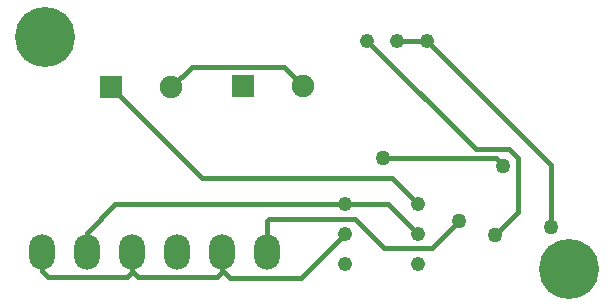
<source format=gbl>
G04*
G04 #@! TF.GenerationSoftware,Altium Limited,Altium Designer,22.3.1 (43)*
G04*
G04 Layer_Physical_Order=2*
G04 Layer_Color=16711680*
%FSLAX25Y25*%
%MOIN*%
G70*
G04*
G04 #@! TF.SameCoordinates,E78762D2-B51B-4B12-9D3C-234BF7CF4557*
G04*
G04*
G04 #@! TF.FilePolarity,Positive*
G04*
G01*
G75*
%ADD12C,0.01500*%
%ADD33C,0.20000*%
%ADD34O,0.08661X0.11811*%
%ADD35R,0.07480X0.07480*%
%ADD36C,0.07480*%
%ADD37C,0.04882*%
%ADD38C,0.05000*%
D12*
X40500Y10300D02*
Y16500D01*
Y10050D02*
Y10300D01*
X53500Y71500D02*
X60400Y78400D01*
X91100D01*
X97500Y72000D01*
X70500Y10050D02*
Y10500D01*
X68750Y8300D02*
X70500Y10050D01*
X42500Y8300D02*
X68750D01*
X40500Y10300D02*
X42500Y8300D01*
X96900Y7900D02*
X111500Y22500D01*
X73100Y7900D02*
X96900D01*
X70500Y10500D02*
X73100Y7900D01*
X70500Y10500D02*
Y16500D01*
X38750Y8300D02*
X40500Y10050D01*
X12500Y8300D02*
X38750D01*
X10500Y10300D02*
X12500Y8300D01*
X10500Y10300D02*
Y16500D01*
X180300Y25000D02*
Y45700D01*
X139000Y87000D02*
X180300Y45700D01*
X161807Y47900D02*
X164307Y45400D01*
X124100Y47900D02*
X161807D01*
X127300Y41200D02*
X136000Y32500D01*
X63800Y41200D02*
X127300D01*
X33500Y71500D02*
X63800Y41200D01*
X111500Y32500D02*
X126000D01*
X136000Y22500D01*
X119000Y87000D02*
X155100Y50900D01*
X166200D01*
X169100Y48000D01*
Y29800D02*
Y48000D01*
X161500Y22200D02*
X169100Y29800D01*
X140700Y17800D02*
X149700Y26800D01*
X124700Y17800D02*
X140700D01*
X115000Y27500D02*
X124700Y17800D01*
X86100Y27500D02*
X115000D01*
X85500Y26900D02*
X86100Y27500D01*
X85500Y16500D02*
Y26900D01*
X25500Y16500D02*
Y23000D01*
X35000Y32500D01*
X111500D01*
X129000Y87000D02*
X139000D01*
D33*
X186220Y11000D02*
D03*
X11417Y88189D02*
D03*
D34*
X10500Y16500D02*
D03*
X40500D02*
D03*
X70500D02*
D03*
X85500D02*
D03*
X55500D02*
D03*
X25500D02*
D03*
D35*
X33500Y71500D02*
D03*
X77500Y72000D02*
D03*
D36*
X53500Y71500D02*
D03*
X97500Y72000D02*
D03*
D37*
X119000Y87000D02*
D03*
X129000D02*
D03*
X139000D02*
D03*
X111500Y32500D02*
D03*
Y22500D02*
D03*
Y12500D02*
D03*
X136000Y32500D02*
D03*
Y22500D02*
D03*
Y12500D02*
D03*
D38*
X180300Y25000D02*
D03*
X164307Y45400D02*
D03*
X124100Y47900D02*
D03*
X161500Y22200D02*
D03*
X149700Y26800D02*
D03*
M02*

</source>
